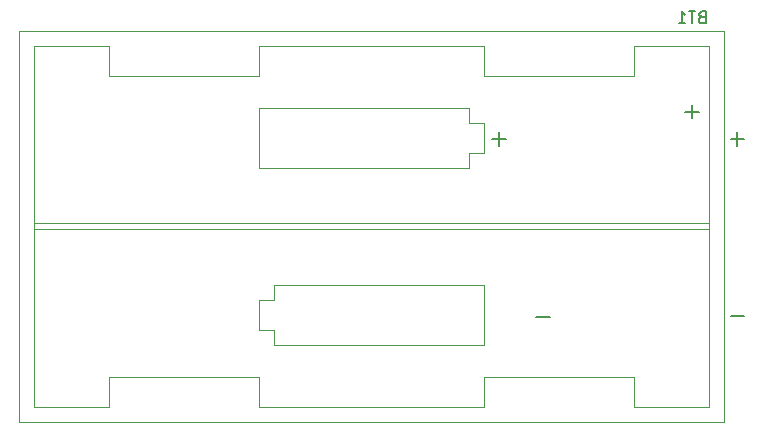
<source format=gbo>
G04 #@! TF.GenerationSoftware,KiCad,Pcbnew,6.0.11-2627ca5db0~126~ubuntu22.04.1*
G04 #@! TF.CreationDate,2024-06-10T16:45:34-04:00*
G04 #@! TF.ProjectId,board,626f6172-642e-46b6-9963-61645f706362,rev?*
G04 #@! TF.SameCoordinates,Original*
G04 #@! TF.FileFunction,Legend,Bot*
G04 #@! TF.FilePolarity,Positive*
%FSLAX46Y46*%
G04 Gerber Fmt 4.6, Leading zero omitted, Abs format (unit mm)*
G04 Created by KiCad (PCBNEW 6.0.11-2627ca5db0~126~ubuntu22.04.1) date 2024-06-10 16:45:34*
%MOMM*%
%LPD*%
G01*
G04 APERTURE LIST*
%ADD10C,0.150000*%
%ADD11C,0.120000*%
%ADD12R,3.000000X3.000000*%
%ADD13C,3.000000*%
%ADD14C,2.000000*%
%ADD15C,1.700000*%
%ADD16C,5.600000*%
%ADD17C,0.650000*%
%ADD18O,2.100000X1.000000*%
%ADD19O,1.800000X1.000000*%
%ADD20R,1.700000X1.700000*%
%ADD21O,1.700000X1.700000*%
%ADD22C,3.300000*%
%ADD23R,2.000000X2.000000*%
G04 APERTURE END LIST*
D10*
X164640714Y-57288571D02*
X164497857Y-57336190D01*
X164450238Y-57383809D01*
X164402619Y-57479047D01*
X164402619Y-57621904D01*
X164450238Y-57717142D01*
X164497857Y-57764761D01*
X164593095Y-57812380D01*
X164974047Y-57812380D01*
X164974047Y-56812380D01*
X164640714Y-56812380D01*
X164545476Y-56860000D01*
X164497857Y-56907619D01*
X164450238Y-57002857D01*
X164450238Y-57098095D01*
X164497857Y-57193333D01*
X164545476Y-57240952D01*
X164640714Y-57288571D01*
X164974047Y-57288571D01*
X164116904Y-56812380D02*
X163545476Y-56812380D01*
X163831190Y-57812380D02*
X163831190Y-56812380D01*
X162688333Y-57812380D02*
X163259761Y-57812380D01*
X162974047Y-57812380D02*
X162974047Y-56812380D01*
X163069285Y-56955238D01*
X163164523Y-57050476D01*
X163259761Y-57098095D01*
X168236428Y-82617142D02*
X167093571Y-82617142D01*
X164376428Y-65307142D02*
X163233571Y-65307142D01*
X163805000Y-65878571D02*
X163805000Y-64735714D01*
X168236428Y-67627142D02*
X167093571Y-67627142D01*
X167665000Y-68198571D02*
X167665000Y-67055714D01*
X151771428Y-82687142D02*
X150628571Y-82687142D01*
X148071428Y-67627142D02*
X146928571Y-67627142D01*
X147500000Y-68198571D02*
X147500000Y-67055714D01*
D11*
X127180000Y-83780000D02*
X128450000Y-83780000D01*
X127180000Y-64980000D02*
X127180000Y-66250000D01*
X114480000Y-59725000D02*
X114480000Y-62265000D01*
X166545000Y-58455000D02*
X166545000Y-91575000D01*
X146230000Y-66250000D02*
X144960000Y-66250000D01*
X128450000Y-83780000D02*
X128450000Y-85050000D01*
X144960000Y-68790000D02*
X146230000Y-68790000D01*
X128450000Y-85050000D02*
X146230000Y-85050000D01*
X165275000Y-90305000D02*
X158930000Y-90305000D01*
X158930000Y-62265000D02*
X158930000Y-59725000D01*
X146230000Y-90305000D02*
X127180000Y-90305000D01*
X106835000Y-91575000D02*
X106835000Y-58455000D01*
X114480000Y-90305000D02*
X114480000Y-87765000D01*
X146230000Y-87765000D02*
X146230000Y-90305000D01*
X127180000Y-62265000D02*
X127180000Y-59725000D01*
X146230000Y-79970000D02*
X128450000Y-79970000D01*
X127180000Y-59725000D02*
X146230000Y-59725000D01*
X144960000Y-70060000D02*
X144960000Y-68790000D01*
X108105000Y-90305000D02*
X114480000Y-90305000D01*
X165275000Y-74761000D02*
X108105000Y-74761000D01*
X146230000Y-59725000D02*
X146230000Y-62265000D01*
X158930000Y-87765000D02*
X146230000Y-87765000D01*
X128450000Y-79970000D02*
X128450000Y-81240000D01*
X127180000Y-81240000D02*
X127180000Y-83780000D01*
X127180000Y-66250000D02*
X127180000Y-70060000D01*
X128450000Y-81240000D02*
X127180000Y-81240000D01*
X108105000Y-75269000D02*
X165275000Y-75269000D01*
X114480000Y-87765000D02*
X127180000Y-87765000D01*
X146230000Y-85050000D02*
X146230000Y-79970000D01*
X146230000Y-68790000D02*
X146230000Y-66250000D01*
X144960000Y-64980000D02*
X127180000Y-64980000D01*
X127180000Y-70060000D02*
X144960000Y-70060000D01*
X158930000Y-62265000D02*
X146230000Y-62265000D01*
X166545000Y-91575000D02*
X106835000Y-91575000D01*
X158930000Y-90305000D02*
X158930000Y-87765000D01*
X127180000Y-90305000D02*
X127180000Y-87765000D01*
X144960000Y-66250000D02*
X144960000Y-64980000D01*
X106835000Y-58455000D02*
X166545000Y-58455000D01*
X108105000Y-59725000D02*
X108105000Y-90305000D01*
X165275000Y-59725000D02*
X165275000Y-90305000D01*
X158930000Y-59725000D02*
X165275000Y-59725000D01*
X114480000Y-62265000D02*
X127180000Y-62265000D01*
X108105000Y-59725000D02*
X114480000Y-59725000D01*
%LPC*%
D12*
X171200000Y-66140000D03*
D13*
X171200000Y-61060000D03*
D14*
X174542500Y-90517500D03*
X174542500Y-84517500D03*
X186542500Y-84517500D03*
X186542500Y-90517500D03*
D15*
X176542500Y-86267500D03*
X180542500Y-86267500D03*
X184542500Y-86267500D03*
D16*
X193500000Y-75007500D03*
X100500000Y-88507500D03*
D17*
X103820000Y-76430000D03*
X103820000Y-82210000D03*
D18*
X104340000Y-83640000D03*
D19*
X100140000Y-75000000D03*
D18*
X104340000Y-75000000D03*
D19*
X100140000Y-83640000D03*
D20*
X168700000Y-87000000D03*
D21*
X171240000Y-87000000D03*
X168700000Y-89540000D03*
X171240000Y-89540000D03*
D22*
X136690000Y-67520000D03*
X136690000Y-82510000D03*
D23*
X163855000Y-67520000D03*
D14*
X163855000Y-82510000D03*
M02*

</source>
